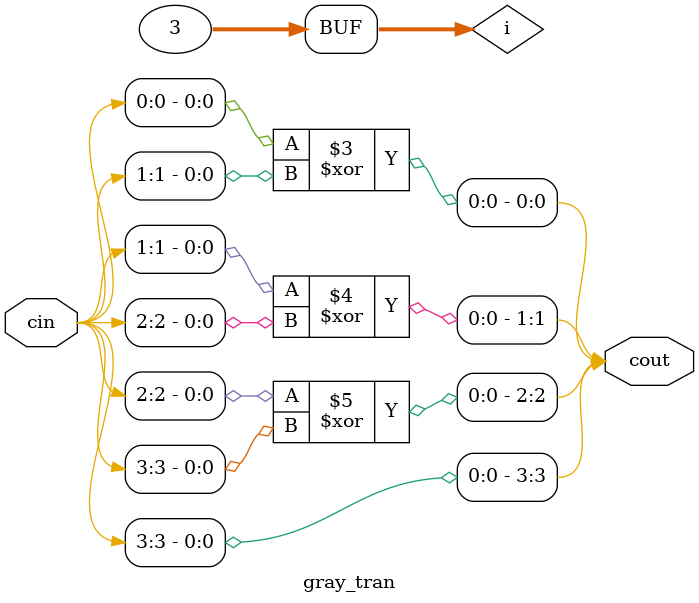
<source format=v>
module gray_tran #(
    parameter N =4
) (
    input [N-1:0] cin,
    output reg [N-1:0] cout
);
    integer i;
    always @* begin
        for (i = 0;i < N-1;i = i+1) begin
            cout[i] = (cin[i] ^ cin[i+1]);
        end
        cout[N-1] = cin[N-1];
    end
    
endmodule
</source>
